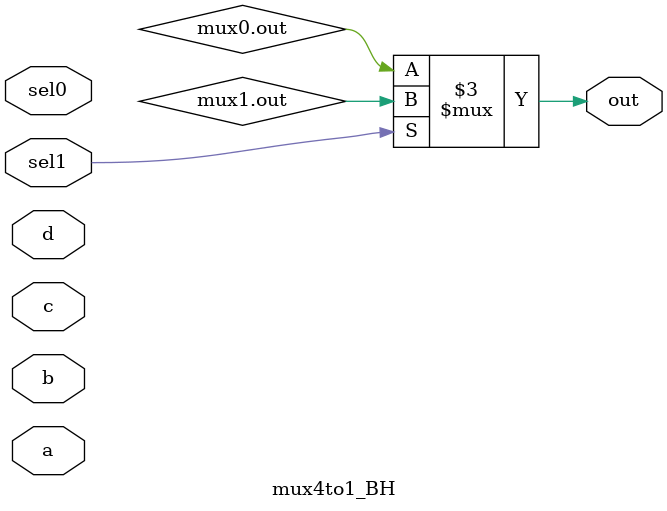
<source format=v>
module mux4to1_BH (
	a,b,c,d,sel1,sel0,
	out);

input a,b,c,d,sel1,sel0;
output out;
reg out;


mux2to1_BH mux0(.a(a),.b(b));
mux2to1_BH mux1(.a(c),.b(d));
always @(*) begin
	if(sel1)
		out = mux1.out;
	else
		out = mux0.out;
end

endmodule
</source>
